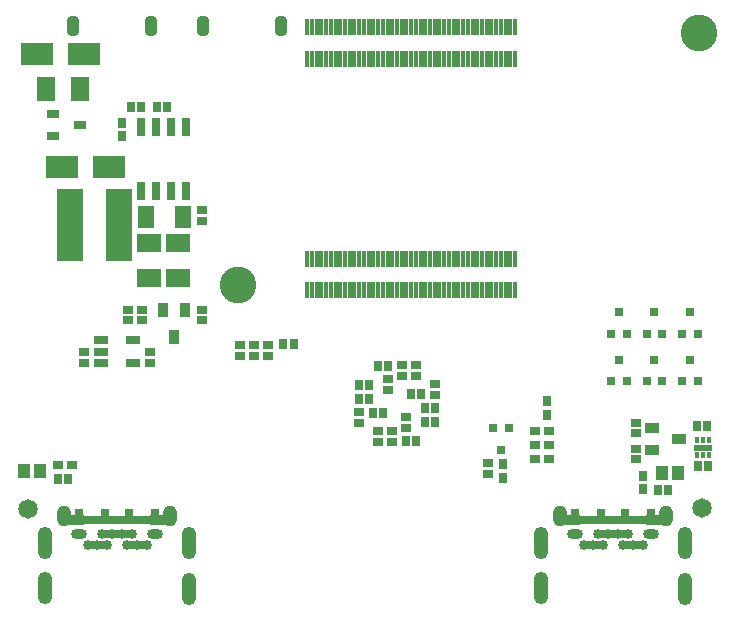
<source format=gbs>
G04*
G04 #@! TF.GenerationSoftware,Altium Limited,Altium Designer,19.0.15 (446)*
G04*
G04 Layer_Color=16711935*
%FSAX42Y42*%
%MOMM*%
G71*
G01*
G75*
%ADD59R,1.30X0.70*%
%ADD64R,0.80X0.95*%
%ADD65R,0.95X0.80*%
%ADD66R,0.80X0.84*%
%ADD68R,1.10X1.20*%
%ADD71R,0.84X0.80*%
%ADD93R,0.85X1.15*%
%ADD100C,1.65*%
%ADD101C,0.85*%
%ADD102O,1.35X0.85*%
%ADD103C,0.80*%
%ADD104O,1.20X1.80*%
%ADD105O,1.20X2.76*%
%ADD106O,1.10X1.80*%
%ADD107C,3.10*%
%ADD140R,1.40X0.90*%
%ADD141R,0.75X0.20*%
%ADD142R,2.40X0.70*%
%ADD143R,1.15X0.80*%
%ADD144R,1.35X1.90*%
%ADD145R,2.00X1.50*%
%ADD146R,2.20X6.20*%
%ADD147R,0.80X1.65*%
%ADD148R,2.70X1.90*%
%ADD149R,1.50X2.00*%
%ADD150R,1.10X0.80*%
%ADD151R,0.80X0.75*%
%ADD152R,1.15X0.85*%
%ADD153R,0.70X0.50*%
%ADD154R,0.55X0.80*%
%ADD155R,0.35X0.50*%
%ADD156R,1.50X0.60*%
%ADD157R,0.40X1.34*%
D59*
X000735Y-004515D02*
D03*
X001065D02*
D03*
X005265D02*
D03*
X004935D02*
D03*
D64*
X000940Y-000943D02*
D03*
Y-001057D02*
D03*
X004540Y-003303D02*
D03*
Y-003417D02*
D03*
X004170Y-003833D02*
D03*
Y-003947D02*
D03*
X005350Y-004047D02*
D03*
Y-003933D02*
D03*
D65*
X004558Y-003550D02*
D03*
X004442D02*
D03*
X004558Y-003670D02*
D03*
X004442D02*
D03*
Y-003790D02*
D03*
X004558D02*
D03*
X000403Y-003840D02*
D03*
X000518D02*
D03*
D66*
X001324Y-000810D02*
D03*
X001236D02*
D03*
X001016D02*
D03*
X001104D02*
D03*
X003034Y-003160D02*
D03*
X002946D02*
D03*
X003194Y-003000D02*
D03*
X003106D02*
D03*
X003346Y-003640D02*
D03*
X003434D02*
D03*
X002306Y-002820D02*
D03*
X002394D02*
D03*
X005476Y-004050D02*
D03*
X005564D02*
D03*
X000396Y-003960D02*
D03*
X000484D02*
D03*
X003506Y-003360D02*
D03*
X003594D02*
D03*
X003034Y-003280D02*
D03*
X002946D02*
D03*
X003594Y-003480D02*
D03*
X003506D02*
D03*
X003154Y-003400D02*
D03*
X003066D02*
D03*
X003474Y-003240D02*
D03*
X003386D02*
D03*
X005894Y-003510D02*
D03*
X005806D02*
D03*
X005904Y-003850D02*
D03*
X005816D02*
D03*
D68*
X000247Y-003890D02*
D03*
X000112D02*
D03*
X005512Y-003910D02*
D03*
X005647D02*
D03*
D71*
X000620Y-002974D02*
D03*
Y-002886D02*
D03*
X001180Y-002974D02*
D03*
Y-002886D02*
D03*
X001110Y-002614D02*
D03*
Y-002526D02*
D03*
X000990Y-002614D02*
D03*
Y-002526D02*
D03*
X001620Y-002526D02*
D03*
Y-002614D02*
D03*
X001620Y-001686D02*
D03*
Y-001774D02*
D03*
X002950Y-003396D02*
D03*
Y-003484D02*
D03*
X003430Y-003084D02*
D03*
Y-002996D02*
D03*
X003110Y-003556D02*
D03*
Y-003644D02*
D03*
X005290Y-003574D02*
D03*
Y-003486D02*
D03*
Y-003794D02*
D03*
Y-003706D02*
D03*
X004040Y-003914D02*
D03*
Y-003826D02*
D03*
X003590Y-003156D02*
D03*
Y-003244D02*
D03*
X003230Y-003556D02*
D03*
Y-003644D02*
D03*
X003310Y-003084D02*
D03*
Y-002996D02*
D03*
X003350Y-003436D02*
D03*
Y-003524D02*
D03*
X003190Y-003204D02*
D03*
Y-003116D02*
D03*
X002180Y-002826D02*
D03*
Y-002914D02*
D03*
X002060Y-002914D02*
D03*
Y-002826D02*
D03*
X001940Y-002914D02*
D03*
Y-002826D02*
D03*
D93*
X001285Y-002525D02*
D03*
X001475D02*
D03*
X001380Y-002755D02*
D03*
D100*
X000150Y-004210D02*
D03*
X005851Y-004208D02*
D03*
D101*
X000730Y-004514D02*
D03*
X000650D02*
D03*
X000815D02*
D03*
X000860Y-004424D02*
D03*
X000770D02*
D03*
X001030D02*
D03*
X000940D02*
D03*
X000985Y-004514D02*
D03*
X001150D02*
D03*
X001070D02*
D03*
X005270D02*
D03*
X005350D02*
D03*
X005185D02*
D03*
X005140Y-004424D02*
D03*
X005230D02*
D03*
X004970D02*
D03*
X005060D02*
D03*
X005015Y-004514D02*
D03*
X004850D02*
D03*
X004930D02*
D03*
D102*
X001220Y-004424D02*
D03*
X000580D02*
D03*
X004780D02*
D03*
X005420D02*
D03*
D103*
X000555Y-004310D02*
D03*
X001245D02*
D03*
X005445D02*
D03*
X004755D02*
D03*
D104*
X000453Y-004270D02*
D03*
X001348D02*
D03*
X005547D02*
D03*
X004652D02*
D03*
D105*
X001507Y-004504D02*
D03*
X000292D02*
D03*
X001507Y-004890D02*
D03*
X000292Y-004880D02*
D03*
X004492D02*
D03*
X005707Y-004890D02*
D03*
X004492Y-004504D02*
D03*
X005707D02*
D03*
D106*
X000530Y-000123D02*
D03*
X001190D02*
D03*
X002290Y-000125D02*
D03*
X001630D02*
D03*
D107*
X001921Y-002317D02*
D03*
X005823Y-000181D02*
D03*
D140*
X000550Y-004305D02*
D03*
X001250D02*
D03*
X005450D02*
D03*
X004750D02*
D03*
D141*
X000800Y-004270D02*
D03*
X001000D02*
D03*
X005200D02*
D03*
X005000D02*
D03*
D142*
X000900Y-004425D02*
D03*
X005100D02*
D03*
D143*
X000762Y-002975D02*
D03*
Y-002880D02*
D03*
Y-002785D02*
D03*
X001037D02*
D03*
Y-002975D02*
D03*
D144*
X001143Y-001740D02*
D03*
X001457D02*
D03*
D145*
X001170Y-002255D02*
D03*
Y-001965D02*
D03*
X001420Y-002255D02*
D03*
Y-001965D02*
D03*
D146*
X000920Y-001810D02*
D03*
X000500D02*
D03*
D147*
X001106Y-000975D02*
D03*
X001233D02*
D03*
X001360D02*
D03*
X001487D02*
D03*
X001106Y-001520D02*
D03*
X001233D02*
D03*
X001360D02*
D03*
X001487D02*
D03*
D148*
X000830Y-001320D02*
D03*
X000430D02*
D03*
X000620Y-000360D02*
D03*
X000220D02*
D03*
D149*
X000585Y-000660D02*
D03*
X000295D02*
D03*
D150*
X000355Y-001055D02*
D03*
Y-000865D02*
D03*
X000585Y-000960D02*
D03*
D151*
X004150Y-003712D02*
D03*
X004215Y-003528D02*
D03*
X004085D02*
D03*
X005450Y-002948D02*
D03*
X005385Y-003133D02*
D03*
X005515D02*
D03*
X005750Y-002948D02*
D03*
X005685Y-003133D02*
D03*
X005815D02*
D03*
X005150Y-002948D02*
D03*
X005085Y-003133D02*
D03*
X005215D02*
D03*
X005150Y-002548D02*
D03*
X005085Y-002733D02*
D03*
X005215D02*
D03*
X005750Y-002548D02*
D03*
X005685Y-002733D02*
D03*
X005815D02*
D03*
X005450Y-002548D02*
D03*
X005385Y-002733D02*
D03*
X005515D02*
D03*
D152*
X005655Y-003620D02*
D03*
X005425Y-003525D02*
D03*
Y-003715D02*
D03*
D153*
X000800Y-004241D02*
D03*
X000580D02*
D03*
X001220D02*
D03*
X001000D02*
D03*
X005200D02*
D03*
X005420D02*
D03*
X004780D02*
D03*
X005000D02*
D03*
D154*
X001175Y-004310D02*
D03*
X001125D02*
D03*
X001075D02*
D03*
X001025D02*
D03*
X000975D02*
D03*
X000625D02*
D03*
X000675D02*
D03*
X000725D02*
D03*
X000775D02*
D03*
X000825D02*
D03*
X000875D02*
D03*
X000925D02*
D03*
X005125D02*
D03*
X005075D02*
D03*
X005025D02*
D03*
X004975D02*
D03*
X004925D02*
D03*
X004875D02*
D03*
X004825D02*
D03*
X005175D02*
D03*
X005225D02*
D03*
X005275D02*
D03*
X005325D02*
D03*
X005375D02*
D03*
D155*
X005810Y-003630D02*
D03*
X005860D02*
D03*
X005910D02*
D03*
Y-003760D02*
D03*
X005860D02*
D03*
X005810D02*
D03*
D156*
X005860Y-003695D02*
D03*
D157*
X002510Y-000136D02*
D03*
Y-000400D02*
D03*
X002550Y-000136D02*
D03*
Y-000400D02*
D03*
X002590Y-000136D02*
D03*
Y-000400D02*
D03*
X002630Y-000136D02*
D03*
Y-000400D02*
D03*
X002670Y-000136D02*
D03*
Y-000400D02*
D03*
X002710Y-000136D02*
D03*
Y-000400D02*
D03*
X002750Y-000136D02*
D03*
Y-000400D02*
D03*
X002790Y-000136D02*
D03*
Y-000400D02*
D03*
X002830Y-000136D02*
D03*
Y-000400D02*
D03*
X002870Y-000136D02*
D03*
Y-000400D02*
D03*
X002910Y-000136D02*
D03*
Y-000400D02*
D03*
X002950Y-000136D02*
D03*
Y-000400D02*
D03*
X002990Y-000136D02*
D03*
Y-000400D02*
D03*
X003030Y-000136D02*
D03*
Y-000400D02*
D03*
X003070Y-000136D02*
D03*
Y-000400D02*
D03*
X003110Y-000136D02*
D03*
Y-000400D02*
D03*
X003150Y-000136D02*
D03*
Y-000400D02*
D03*
X003190Y-000136D02*
D03*
Y-000400D02*
D03*
X003230Y-000136D02*
D03*
Y-000400D02*
D03*
X003270Y-000136D02*
D03*
Y-000400D02*
D03*
X003310Y-000136D02*
D03*
Y-000400D02*
D03*
X003350Y-000136D02*
D03*
Y-000400D02*
D03*
X003390Y-000136D02*
D03*
Y-000400D02*
D03*
X003430Y-000136D02*
D03*
Y-000400D02*
D03*
X003470Y-000136D02*
D03*
Y-000400D02*
D03*
X003510Y-000136D02*
D03*
Y-000400D02*
D03*
X003550Y-000136D02*
D03*
Y-000400D02*
D03*
X003590Y-000136D02*
D03*
Y-000400D02*
D03*
X003630Y-000136D02*
D03*
Y-000400D02*
D03*
X003670Y-000136D02*
D03*
Y-000400D02*
D03*
X003710Y-000136D02*
D03*
Y-000400D02*
D03*
X003750Y-000136D02*
D03*
Y-000400D02*
D03*
X003790Y-000136D02*
D03*
Y-000400D02*
D03*
X003830Y-000136D02*
D03*
Y-000400D02*
D03*
X003870Y-000136D02*
D03*
Y-000400D02*
D03*
X003910Y-000136D02*
D03*
Y-000400D02*
D03*
X003950Y-000136D02*
D03*
Y-000400D02*
D03*
X003990Y-000136D02*
D03*
Y-000400D02*
D03*
X004030Y-000136D02*
D03*
Y-000400D02*
D03*
X004070Y-000136D02*
D03*
Y-000400D02*
D03*
X004110Y-000136D02*
D03*
Y-000400D02*
D03*
X004150Y-000136D02*
D03*
Y-000400D02*
D03*
X004190Y-000136D02*
D03*
Y-000400D02*
D03*
X004230Y-000136D02*
D03*
Y-000400D02*
D03*
X004270Y-000136D02*
D03*
Y-000400D02*
D03*
Y-002360D02*
D03*
Y-002096D02*
D03*
X004230Y-002360D02*
D03*
Y-002096D02*
D03*
X004190Y-002360D02*
D03*
Y-002096D02*
D03*
X004150Y-002360D02*
D03*
Y-002096D02*
D03*
X004110Y-002360D02*
D03*
Y-002096D02*
D03*
X004070Y-002360D02*
D03*
Y-002096D02*
D03*
X004030Y-002360D02*
D03*
Y-002096D02*
D03*
X003990Y-002360D02*
D03*
Y-002096D02*
D03*
X003950Y-002360D02*
D03*
Y-002096D02*
D03*
X003910Y-002360D02*
D03*
Y-002096D02*
D03*
X003870Y-002360D02*
D03*
Y-002096D02*
D03*
X003830Y-002360D02*
D03*
Y-002096D02*
D03*
X003790Y-002360D02*
D03*
Y-002096D02*
D03*
X003750Y-002360D02*
D03*
Y-002096D02*
D03*
X003710Y-002360D02*
D03*
Y-002096D02*
D03*
X003670Y-002360D02*
D03*
Y-002096D02*
D03*
X003630Y-002360D02*
D03*
Y-002096D02*
D03*
X003590Y-002360D02*
D03*
Y-002096D02*
D03*
X003550Y-002360D02*
D03*
Y-002096D02*
D03*
X003510Y-002360D02*
D03*
Y-002096D02*
D03*
X003470Y-002360D02*
D03*
Y-002096D02*
D03*
X003430Y-002360D02*
D03*
Y-002096D02*
D03*
X003390Y-002360D02*
D03*
Y-002096D02*
D03*
X003350Y-002360D02*
D03*
Y-002096D02*
D03*
X003310Y-002360D02*
D03*
Y-002096D02*
D03*
X003270Y-002360D02*
D03*
Y-002096D02*
D03*
X003230Y-002360D02*
D03*
Y-002096D02*
D03*
X003190Y-002360D02*
D03*
Y-002096D02*
D03*
X003150Y-002360D02*
D03*
Y-002096D02*
D03*
X003110Y-002360D02*
D03*
Y-002096D02*
D03*
X003070Y-002360D02*
D03*
Y-002096D02*
D03*
X003030Y-002360D02*
D03*
Y-002096D02*
D03*
X002990Y-002360D02*
D03*
Y-002096D02*
D03*
X002950Y-002360D02*
D03*
Y-002096D02*
D03*
X002910Y-002360D02*
D03*
Y-002096D02*
D03*
X002870Y-002360D02*
D03*
Y-002096D02*
D03*
X002830Y-002360D02*
D03*
Y-002096D02*
D03*
X002790Y-002360D02*
D03*
Y-002096D02*
D03*
X002750Y-002360D02*
D03*
Y-002096D02*
D03*
X002710Y-002360D02*
D03*
Y-002096D02*
D03*
X002670Y-002360D02*
D03*
Y-002096D02*
D03*
X002630Y-002360D02*
D03*
Y-002096D02*
D03*
X002590Y-002360D02*
D03*
Y-002096D02*
D03*
X002550Y-002360D02*
D03*
Y-002096D02*
D03*
X002510Y-002360D02*
D03*
Y-002096D02*
D03*
M02*

</source>
